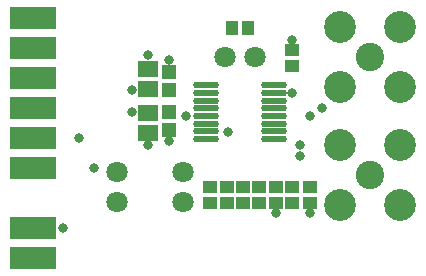
<source format=gts>
G04 Layer_Color=20142*
%FSLAX25Y25*%
%MOIN*%
G70*
G01*
G75*
%ADD29R,0.04737X0.04343*%
%ADD30R,0.06509X0.05721*%
%ADD31R,0.04737X0.04934*%
%ADD32R,0.04934X0.04343*%
%ADD33O,0.08674X0.02178*%
%ADD34R,0.04343X0.04934*%
%ADD35R,0.15200X0.07800*%
%ADD36C,0.09461*%
%ADD37C,0.10642*%
%ADD38C,0.07099*%
%ADD39C,0.03200*%
D29*
X196500Y476657D02*
D03*
Y471343D02*
D03*
D30*
X148500Y449154D02*
D03*
Y455847D02*
D03*
Y463654D02*
D03*
Y470346D02*
D03*
D31*
X155500Y450047D02*
D03*
Y455953D02*
D03*
Y463547D02*
D03*
Y469453D02*
D03*
D32*
X180064Y431094D02*
D03*
Y425779D02*
D03*
X169064Y431094D02*
D03*
Y425779D02*
D03*
X174564Y431094D02*
D03*
Y425779D02*
D03*
X185500Y425843D02*
D03*
Y431157D02*
D03*
X191000Y425843D02*
D03*
Y431157D02*
D03*
X196500Y425843D02*
D03*
Y431157D02*
D03*
X202500Y425843D02*
D03*
Y431157D02*
D03*
D33*
X167583Y464957D02*
D03*
Y462398D02*
D03*
Y459839D02*
D03*
Y457279D02*
D03*
Y454720D02*
D03*
Y452161D02*
D03*
Y449602D02*
D03*
Y447043D02*
D03*
X190417Y464957D02*
D03*
Y462398D02*
D03*
Y459839D02*
D03*
Y457279D02*
D03*
Y454720D02*
D03*
Y452161D02*
D03*
Y449602D02*
D03*
Y447043D02*
D03*
D34*
X181658Y484000D02*
D03*
X176342D02*
D03*
D35*
X110000Y437500D02*
D03*
Y447500D02*
D03*
Y457500D02*
D03*
Y467500D02*
D03*
Y477500D02*
D03*
Y487500D02*
D03*
Y417500D02*
D03*
Y407500D02*
D03*
D36*
X222500Y435000D02*
D03*
Y474500D02*
D03*
D37*
X232500Y445000D02*
D03*
Y425000D02*
D03*
X212500D02*
D03*
Y445000D02*
D03*
X232500Y484500D02*
D03*
Y464500D02*
D03*
X212500D02*
D03*
Y484500D02*
D03*
D38*
X160000Y426000D02*
D03*
Y436000D02*
D03*
X138000Y426000D02*
D03*
Y436000D02*
D03*
X174000Y474500D02*
D03*
X184000D02*
D03*
D39*
X196500Y480000D02*
D03*
X160900Y454700D02*
D03*
X148500Y445000D02*
D03*
X155500Y446500D02*
D03*
X148500Y475000D02*
D03*
X155500Y473500D02*
D03*
X196398Y462398D02*
D03*
X175000Y449500D02*
D03*
X143000Y456000D02*
D03*
Y463500D02*
D03*
X125500Y447500D02*
D03*
X130500Y437500D02*
D03*
X199000Y445000D02*
D03*
X202500Y454720D02*
D03*
X206500Y457279D02*
D03*
X191000Y422500D02*
D03*
X202500D02*
D03*
X199000Y441500D02*
D03*
X120000Y417500D02*
D03*
M02*

</source>
